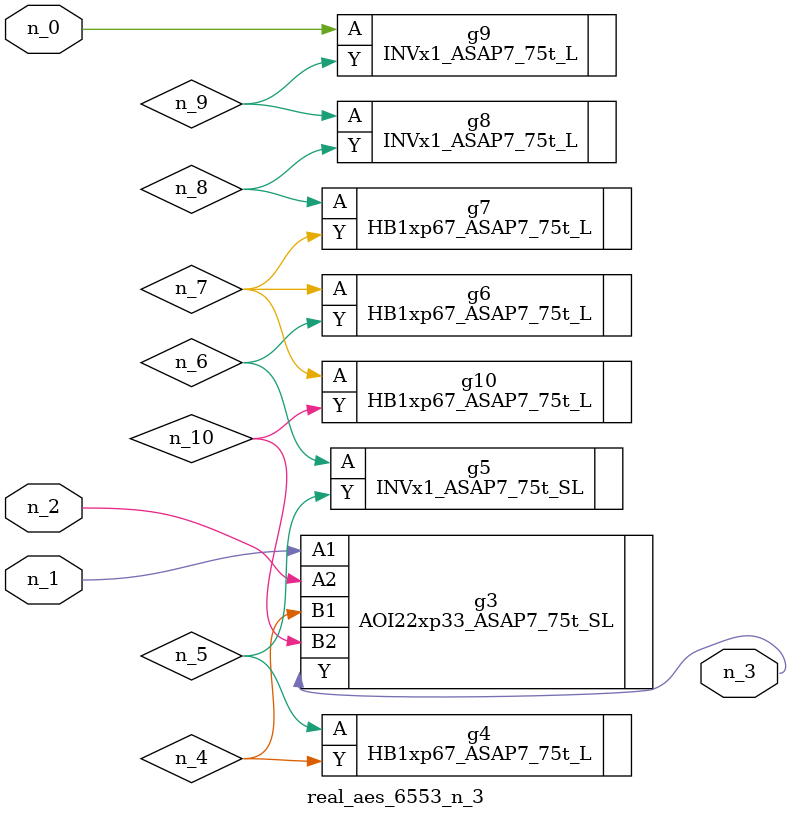
<source format=v>
module real_aes_6553_n_3 (n_0, n_2, n_1, n_3);
input n_0;
input n_2;
input n_1;
output n_3;
wire n_4;
wire n_5;
wire n_7;
wire n_8;
wire n_6;
wire n_9;
wire n_10;
INVx1_ASAP7_75t_L g9 ( .A(n_0), .Y(n_9) );
AOI22xp33_ASAP7_75t_SL g3 ( .A1(n_1), .A2(n_2), .B1(n_4), .B2(n_10), .Y(n_3) );
HB1xp67_ASAP7_75t_L g4 ( .A(n_5), .Y(n_4) );
INVx1_ASAP7_75t_SL g5 ( .A(n_6), .Y(n_5) );
HB1xp67_ASAP7_75t_L g6 ( .A(n_7), .Y(n_6) );
HB1xp67_ASAP7_75t_L g10 ( .A(n_7), .Y(n_10) );
HB1xp67_ASAP7_75t_L g7 ( .A(n_8), .Y(n_7) );
INVx1_ASAP7_75t_L g8 ( .A(n_9), .Y(n_8) );
endmodule
</source>
